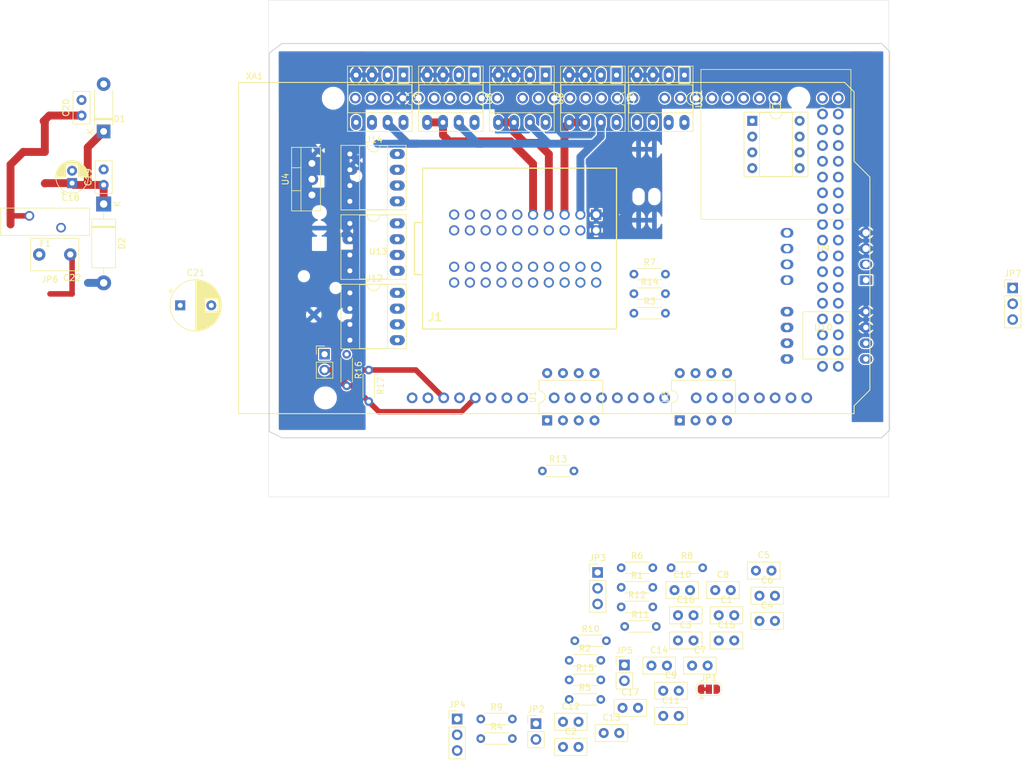
<source format=kicad_pcb>
(kicad_pcb (version 20211014) (generator pcbnew)
  (layers (0 "F.Cu" signal) (31 "B.Cu" signal) (34 "B.Paste" user) (35 "F.Paste" user) (36 "B.SilkS" user "B.Silkscreen") (37 "F.SilkS" user "F.Silkscreen") (38 "B.Mask" user) (39 "F.Mask" user) (44 "Edge.Cuts" user))
  (net 0 "")
  (net 1 "GND")
  (net 2 "VRegIn")
  (net 3 "VDD")
  (net 4 "12V-SW")
  (net 5 "VDDA")
  (net 6 "RESET")
  (net 7 "Vdrive")
  (net 8 "MCU-D8")
  (net 9 "INJ-1-OUT")
  (net 10 "MCU-D9")
  (net 11 "INJ-2-OUT")
  (net 12 "MCU-D11")
  (net 13 "INJ-4-OUT")
  (net 14 "MCU-D10")
  (net 15 "INJ-3-OUT")
  (net 16 "MCU-D38")
  (net 17 "IGN-2-OUT")
  (net 18 "MCU-D40")
  (net 19 "IGN-1-OUT")
  (net 20 "MCU-D50")
  (net 21 "IGN-4-OUT")
  (net 22 "MCU-D52")
  (net 23 "IGN-3-OUT")
  (net 42 "MCU-D53")
  (net 43 "MCU-D49")
  (net 44 "MCU-D48")
  (net 45 "MCU-D47")
  (net 46 "MCU-D46")
  (net 47 "MCU-D45")
  (net 48 "MCU-D44")
  (net 49 "MCU-D43")
  (net 50 "MCU-D42")
  (net 51 "MCU-D41")
  (net 52 "MCU-D39")
  (net 53 "MCU-D37")
  (net 54 "MCU-D36")
  (net 55 "MCU-D35")
  (net 56 "MCU-D34")
  (net 57 "MCU-D33")
  (net 58 "MCU-D32")
  (net 59 "MCU-D31")
  (net 60 "MCU-D30")
  (net 61 "MCU-D29")
  (net 62 "MCU-D28")
  (net 63 "MCU-D27")
  (net 64 "MCU-D26")
  (net 65 "MCU-D25")
  (net 66 "MCU-D24")
  (net 67 "MCU-D23")
  (net 68 "MCU-D22")
  (net 74 "MCU-A10")
  (net 75 "MCU-A9")
  (net 76 "MCU-A7")
  (net 77 "MCU-A6")
  (net 78 "MCU-A5")
  (net 79 "MCU-D12")
  (net 80 "MCU-D13")
  (net 84 "MCU-D7")
  (net 85 "MCU-D6")
  (net 86 "MCU-D5")
  (net 87 "MCU-D4")
  (net 88 "MCU-D3")
  (net 89 "MCU-D1")
  (net 90 "MCU-D0")
  (net 91 "MCU-D14")
  (net 92 "MCU-D15")
  (net 93 "MCU-D16")
  (net 94 "MCU-D17")
  (net 95 "MCU-D20")
  (net 96 "MCU-D21")
  (net 100 "MAP-EXT")
  (net 101 "IAT_Sensor")
  (net 102 "O2_Sensor")
  (net 103 "TPS_Sensor")
  (net 104 "CLT_Sensor")
  (net 105 "FAN-OUT")
  (net 106 "IDLE-OUT")
  (net 107 "FUELPUMP-OUT")
  (net 108 "BOOST-OUT")
  (net 109 "ADC-Clamp-2")
  (net 110 "ADC-Clamp-3")
  (net 111 "ADC-Clamp-5")
  (net 112 "ADC-Clamp-11")
  (net 113 "ADC-Clamp-9")
  (net 114 "ADC-Clamp-8")
  (net 115 "ADC-Clamp-6")
  (net 116 "Net-(C15-Pad1)")
  (net 117 "ADC-Clamp-12")
  (net 118 "ADC-Clamp-7")
  (net 119 "Net-(C22-Pad1)")
  (net 120 "VR1-")
  (net 121 "Net-(IC1-Pad2)")
  (net 122 "Net-(IC1-Pad3)")
  (net 123 "VR2-")
  (net 124 "Net-(JP1-Pad2)")
  (net 125 "Net-(JP1-Pad3)")
  (net 126 "CRANK-IN")
  (net 127 "Net-(JP2-Pad2)")
  (net 128 "CAM-IN")
  (net 129 "Net-(JP5-Pad2)")
  (net 130 "Clutch_in")
  (net 131 "ADC-Clamp-10")
  (net 132 "ADC-Clamp-1")
  (net 133 "ADC-Clamp-4")
  (footprint "Capacitor_THT:C_Disc_D5.0mm_W2.5mm_P2.50mm" (layer "F.Cu") (at 139.38 126.126)
    (fp_text reference "C10")
    (fp_text value "0.22uF")
  )
  (footprint "Capacitor_THT:C_Disc_D5.0mm_W2.5mm_P2.50mm" (layer "F.Cu") (at 127.98 149.126)
    (fp_text reference "C13")
    (fp_text value "0.1uF")
  )
  (footprint "Package_DIP:DIP-8_W7.62mm_Socket_LongPads" (layer "F.Cu") (at 140.97 43.19 -90)
    (fp_text reference "U11")
    (fp_text value "LS_Driverv2")
  )
  (footprint "Capacitor_THT:C_Disc_D5.0mm_W2.5mm_P2.50mm" (layer "F.Cu") (at 153.04 127.026)
    (fp_text reference "C6")
    (fp_text value "470pf")
  )
  (footprint "Resistor_THT:R_Axial_DIN0204_L3.6mm_D1.6mm_P5.08mm_Horizontal" (layer "F.Cu") (at 132.842 75.234)
    (fp_text reference "R7")
    (fp_text value "1k")
  )
  (footprint "Capacitor_THT:C_Disc_D5.0mm_W2.5mm_P2.50mm" (layer "F.Cu") (at 137.56 142.326)
    (fp_text reference "C9")
    (fp_text value "0.1uF")
  )
  (footprint "LibraryLoader:9531181" (layer "F.Cu") (at 126.772 65.65 180)
    (fp_text reference "J1")
    (fp_text value "953118-1" hide)
  )
  (footprint "Capacitor_THT:C_Disc_D5.0mm_W2.5mm_P2.50mm" (layer "F.Cu") (at 146.49 134.226)
    (fp_text reference "C15")
    (fp_text value "0.1uF")
  )
  (footprint "J-Eagan:Sw_driverV1" (layer "F.Cu") (at 165.1 83.82 180)
    (fp_text reference "U10")
    (fp_text value "Sw_driverV1")
  )
  (footprint "Diode_THT:D_DO-15_P12.70mm_Horizontal" (layer "F.Cu") (at 47.508 63.942 -90)
    (fp_text reference "D2")
    (fp_text value "D_TVS")
  )
  (footprint "Connector_PinHeader_2.54mm:PinHeader_1x02_P2.54mm_Vertical" (layer "F.Cu") (at 83.058 88.133)
    (fp_text reference "JP6")
    (fp_text value "Jumper_NO_Small")
  )
  (footprint "Capacitor_THT:C_Disc_D7.5mm_W5.0mm_P5.00mm" (layer "F.Cu") (at 42.134 72.07 180)
    (fp_text reference "C22")
    (fp_text value "22uF")
  )
  (footprint "Resistor_THT:R_Axial_DIN0204_L3.6mm_D1.6mm_P5.08mm_Horizontal" (layer "F.Cu") (at 132.842 78.384)
    (fp_text reference "R14")
    (fp_text value "1k")
  )
  (footprint "Capacitor_THT:C_Disc_D5.0mm_W2.5mm_P2.50mm" (layer "F.Cu") (at 43.952 49.698 90)
    (fp_text reference "C20")
    (fp_text value "0.1uF")
  )
  (footprint "Package_DIP:DIP-8_W7.62mm" (layer "F.Cu") (at 118.882 98.796 90)
    (fp_text reference "U1")
    (fp_text value "SP721")
  )
  (footprint "Package_DIP:DIP-8_W7.62mm_Socket_LongPads" (layer "F.Cu") (at 87.132 55.89)
    (fp_text reference "U14")
    (fp_text value "LS_Driverv2")
  )
  (footprint "Resistor_THT:R_Axial_DIN0204_L3.6mm_D1.6mm_P5.08mm_Horizontal" (layer "F.Cu") (at 130.8 122.526)
    (fp_text reference "R6")
    (fp_text value "470R")
  )
  (footprint "Package_DIP:DIP-8_W7.62mm_Socket_LongPads" (layer "F.Cu") (at 87.142 78.252)
    (fp_text reference "U12")
    (fp_text value "LS_Driverv2")
  )
  (footprint "Package_DIP:DIP-8_W7.62mm_Socket_LongPads" (layer "F.Cu") (at 95.758 43.18 -90)
    (fp_text reference "U7")
    (fp_text value "LS_Driverv2")
  )
  (footprint "Package_DIP:DIP-8_W7.62mm_Socket_LongPads" (layer "F.Cu") (at 130.048 43.19 -90)
    (fp_text reference "U5")
    (fp_text value "LS_Driverv2")
  )
  (footprint "Connector_PinHeader_2.54mm:PinHeader_1x03_P2.54mm_Vertical" (layer "F.Cu") (at 127 123.276)
    (fp_text reference "JP3")
    (fp_text value "VR-HALL")
  )
  (footprint "Connector_PinHeader_2.54mm:PinHeader_1x03_P2.54mm_Vertical" (layer "F.Cu") (at 193.802 77.47)
    (fp_text reference "JP7")
    (fp_text value "Ignition Voltage")
  )
  (footprint "Fuse:Fuse_BelFuse_0ZRE0055FF_L14.0mm_W4.1mm" (layer "F.Cu") (at 40.65 67.752 180)
    (fp_text reference "F1")
    (fp_text value "Polyfuse")
  )
  (footprint "Resistor_THT:R_Axial_DIN0204_L3.6mm_D1.6mm_P5.08mm_Horizontal" (layer "F.Cu") (at 132.842 81.534)
    (fp_text reference "R3")
    (fp_text value "470R")
  )
  (footprint "Resistor_THT:R_Axial_DIN0204_L3.6mm_D1.6mm_P5.08mm_Horizontal" (layer "F.Cu") (at 108.2 146.876)
    (fp_text reference "R9")
    (fp_text value "3.9k")
  )
  (footprint "Capacitor_THT:C_Disc_D5.0mm_W2.5mm_P2.50mm" (layer "F.Cu") (at 145.93 126.126)
    (fp_text reference "C8")
    (fp_text value "0.22uF")
  )
  (footprint "Resistor_THT:R_Axial_DIN0204_L3.6mm_D1.6mm_P5.08mm_Horizontal" (layer "F.Cu") (at 138.83 122.526)
    (fp_text reference "R8")
    (fp_text value "2.49k")
  )
  (footprint "Resistor_THT:R_Axial_DIN0204_L3.6mm_D1.6mm_P5.08mm_Horizontal" (layer "F.Cu") (at 131.36 131.976)
    (fp_text reference "R11")
    (fp_text value "470R")
  )
  (footprint "Capacitor_THT:C_Disc_D5.0mm_W2.5mm_P2.50mm" (layer "F.Cu") (at 121.43 147.326)
    (fp_text reference "C12")
    (fp_text value "0.1uF")
  )
  (footprint "Resistor_THT:R_Axial_DIN0204_L3.6mm_D1.6mm_P5.08mm_Horizontal" (layer "F.Cu") (at 86.614 88.138 -90)
    (fp_text reference "R16")
    (fp_text value "120R")
  )
  (footprint "Resistor_THT:R_Axial_DIN0204_L3.6mm_D1.6mm_P5.08mm_Horizontal" (layer "F.Cu") (at 118.11 106.934)
    (fp_text reference "R13")
    (fp_text value "1k")
  )
  (footprint "Capacitor_THT:C_Disc_D5.0mm_W2.5mm_P2.50mm" (layer "F.Cu") (at 146.49 130.176)
    (fp_text reference "C1")
    (fp_text value "0.01uF")
  )
  (footprint "Package_TO_SOT_THT:TO-220-3_Vertical" (layer "F.Cu") (at 81.026 62.484 90)
    (fp_text reference "U4")
    (fp_text value "LM2940S-5.0")
  )
  (footprint "Capacitor_THT:CP_Radial_D8.0mm_P5.00mm" (layer "F.Cu") (at 59.827349 80.264)
    (fp_text reference "C21")
    (fp_text value "47uF")
  )
  (footprint "Capacitor_THT:C_Disc_D5.0mm_W2.5mm_P2.50mm" (layer "F.Cu") (at 142.21 138.276)
    (fp_text reference "C7")
    (fp_text value "0.1uF")
  )
  (footprint "Resistor_THT:R_Axial_DIN0204_L3.6mm_D1.6mm_P5.08mm_Horizontal" (layer "F.Cu") (at 90.17 90.678 -90)
    (fp_text reference "R17")
    (fp_text value "10k")
  )
  (footprint "J-Eagan:Arduino_Mega2560_Shield" (layer "F.Cu") (at 69.215 97.7025)
    (fp_text reference "XA1")
    (fp_text value "Arduino_Mega2560_Shield")
  )
  (footprint "Resistor_THT:R_Axial_DIN0204_L3.6mm_D1.6mm_P5.08mm_Horizontal" (layer "F.Cu") (at 123.33 134.276)
    (fp_text reference "R10")
    (fp_text value "470R")
  )
  (footprint "Capacitor_THT:C_Disc_D5.0mm_W2.5mm_P2.50mm" (layer "F.Cu") (at 139.94 134.226)
    (fp_text reference "C3")
    (fp_text value "470pf")
  )
  (footprint "Capacitor_THT:C_Disc_D5.0mm_W2.5mm_P2.50mm" (layer "F.Cu") (at 47.508 60.874 90)
    (fp_text reference "C19")
    (fp_text value "0.1uF")
  )
  (footprint "Connector_PinHeader_2.54mm:PinHeader_1x03_P2.54mm_Vertical" (layer "F.Cu") (at 104.4 146.876)
    (fp_text reference "JP4")
    (fp_text value "VR-HALL")
  )
  (footprint "Capacitor_THT:C_Disc_D5.0mm_W2.5mm_P2.50mm" (layer "F.Cu") (at 131.01 145.076)
    (fp_text reference "C17")
    (fp_text value "0.22uF")
  )
  (footprint "Resistor_THT:R_Axial_DIN0204_L3.6mm_D1.6mm_P5.08mm_Horizontal" (layer "F.Cu") (at 108.2 150.026)
    (fp_text reference "R4")
    (fp_text value "2.49k")
  )
  (footprint "Resistor_THT:R_Axial_DIN0204_L3.6mm_D1.6mm_P5.08mm_Horizontal" (layer "F.Cu") (at 122.43 140.576)
    (fp_text reference "R15")
    (fp_text value "2.4k")
  )
  (footprint "J-Eagan:Sw_driverV1" (layer "F.Cu") (at 165.1 71.12 180)
    (fp_text reference "U9")
    (fp_text value "Sw_driverV1")
  )
  (footprint "Capacitor_THT:C_Disc_D5.0mm_W2.5mm_P2.50mm" (layer "F.Cu") (at 153.04 131.076)
    (fp_text reference "C4")
    (fp_text value "0.1uF")
  )
  (footprint "Package_DIP:DIP-8_W7.62mm_Socket_LongPads" (layer "F.Cu") (at 87.132 67.071)
    (fp_text reference "U13")
    (fp_text value "LS_Driverv2")
  )
  (footprint "Capacitor_THT:C_Disc_D5.0mm_W2.5mm_P2.50mm" (layer "F.Cu") (at 137.56 146.376)
    (fp_text reference "C11")
    (fp_text value "0.01uF")
  )
  (footprint "Jumper:SolderJumper-3_P1.3mm_Bridged12_RoundedPad1.0x1.5mm" (layer "F.Cu") (at 144.91 142.076)
    (fp_text reference "JP1")
    (fp_text value "Jumper_3_Bridged12")
  )
  (footprint "Capacitor_THT:C_Disc_D5.0mm_W2.5mm_P2.50mm" (layer "F.Cu") (at 135.66 138.276)
    (fp_text reference "C14")
    (fp_text value "0.22uF")
  )
  (footprint "Resistor_THT:R_Axial_DIN0204_L3.6mm_D1.6mm_P5.08mm_Horizontal" (layer "F.Cu") (at 122.43 137.426)
    (fp_text reference "R2")
    (fp_text value "470R")
  )
  (footprint "Resistor_THT:R_Axial_DIN0204_L3.6mm_D1.6mm_P5.08mm_Horizontal" (layer "F.Cu") (at 130.8 128.826)
    (fp_text reference "R12")
    (fp_text value "1k")
  )
  (footprint "Package_DIP:DIP-8_W7.62mm_Socket_LongPads" (layer "F.Cu") (at 107.198 43.18 -90)
    (fp_text reference "U8")
    (fp_text value "LS_Driverv2")
  )
  (footprint "Resistor_THT:R_Axial_DIN0204_L3.6mm_D1.6mm_P5.08mm_Horizontal" (layer "F.Cu") (at 130.8 125.676)
    (fp_text reference "R1")
    (fp_text value "470R")
  )
  (footprint "Capacitor_THT:C_Disc_D5.0mm_W2.5mm_P2.50mm" (layer "F.Cu") (at 139.94 130.176)
    (fp_text reference "C16")
    (fp_text value "0.22uF")
  )
  (footprint "Connector_PinHeader_2.54mm:PinHeader_1x02_P2.54mm_Vertical" (layer "F.Cu") (at 131.31 138.176)
    (fp_text reference "JP5")
    (fp_text value "PULL-UP")
  )
  (footprint "Resistor_THT:R_Axial_DIN0204_L3.6mm_D1.6mm_P5.08mm_Horizontal" (layer "F.Cu") (at 122.43 143.726)
    (fp_text reference "R5")
    (fp_text value "470R")
  )
  (footprint "Capacitor_THT:CP_Radial_D5.0mm_P2.00mm" (layer "F.Cu") (at 42.428 60.579112 90)
    (fp_text reference "C18")
    (fp_text value "10uF")
  )
  (footprint "Connector_PinHeader_2.54mm:PinHeader_1x02_P2.54mm_Vertical" (layer "F.Cu") (at 117.08 147.626)
    (fp_text reference "JP2")
    (fp_text value "PULL-UP")
  )
  (footprint "Diode_THT:D_DO-41_SOD81_P7.62mm_Horizontal" (layer "F.Cu") (at 47.508 52.258 90)
    (fp_text reference "D1")
    (fp_text value "SB230TA")
  )
  (footprint "Package_DIP:DIP-8_W7.62mm_Socket" (layer "F.Cu") (at 151.892 50.546)
    (fp_text reference "IC1")
    (fp_text value "Trig Cond Socket")
  )
  (footprint "Package_DIP:DIP-8_W7.62mm" (layer "F.Cu") (at 140.218 98.796 90)
    (fp_text reference "U3")
    (fp_text value "SP721")
  )
  (footprint "Capacitor_THT:C_Disc_D5.0mm_W2.5mm_P2.50mm" (layer "F.Cu") (at 152.48 122.976)
    (fp_text reference "C5")
    (fp_text value "0.22uF")
  )
  (footprint "Capacitor_THT:C_Disc_D5.0mm_W2.5mm_P2.50mm" (layer "F.Cu") (at 121.43 151.376)
    (fp_text reference "C2")
    (fp_text value "1uF")
  )
  (footprint "Package_DIP:DIP-8_W7.62mm_Socket_LongPads" (layer "F.Cu") (at 118.628 43.18 -90)
    (fp_text reference "U6")
    (fp_text value "LS_Driverv2")
  )
  (gr_rect (start 167.757 66.411) (end 143.627 42.281) (layer "F.SilkS") (width 0.12) (fill none))
  (gr_line (start 172.72 38.1) (end 76.2 38.1) (layer "Edge.Cuts") (width 0.15))
  (gr_line (start 76.2 101.6) (end 74.168 100.584) (layer "Edge.Cuts") (width 0.15))
  (gr_line (start 76.2 101.6) (end 172.72 101.6) (layer "Edge.Cuts") (width 0.15))
  (gr_line (start 76.2 38.1) (end 74.168 39.624) (layer "Edge.Cuts") (width 0.15))
  (gr_line (start 173.99 100.33) (end 173.99 39.37) (layer "Edge.Cuts") (width 0.15))
  (gr_line (start 173.99 100.33) (end 172.72 101.6) (layer "Edge.Cuts") (width 0.15))
  (gr_line (start 74.168 39.624) (end 74.168 100.584) (layer "Edge.Cuts") (width 0.15))
  (gr_line (start 172.72 38.1) (end 173.99 39.37) (layer "Edge.Cuts") (width 0.15))
  (gr_rect locked (start 74.041 31.115) (end 173.863 111.125) (layer "Edge.Cuts") (width 0.05) (fill none))
  (segment (start 47.508 76.642) (end 44.968 76.642) (width 1.27) (layer "B.Cu") (net 1))
  (segment (start 47.508 60.874) (end 44.948 60.874) (width 1.27) (layer "F.Cu") (net 2))
  (segment (start 44.948 54.818) (end 44.948 60.874) (width 1.27) (layer "F.Cu") (net 2))
  (segment (start 38.099888 60.579112) (end 38.039 60.64) (width 1.27) (layer "F.Cu") (net 2))
  (segment (start 44.948 60.874) (end 42.722888 60.874) (width 1.27) (layer "F.Cu") (net 2))
  (segment (start 42.428 60.579112) (end 38.099888 60.579112) (width 1.27) (layer "F.Cu") (net 2))
  (segment (start 47.508 63.942) (end 47.508 60.874) (width 1.27) (layer "F.Cu") (net 2))
  (segment (start 42.722888 60.874) (end 42.428 60.579112) (width 1.27) (layer "F.Cu") (net 2))
  (segment (start 47.508 52.258) (end 44.948 54.818) (width 1.27) (layer "F.Cu") (net 2))
  (segment (start 86.073499 92.677499) (end 86.614 93.218) (width 1.27) (layer "F.Cu") (net 3))
  (segment (start 78.641358 92.677499) (end 86.073499 92.677499) (width 1.27) (layer "F.Cu") (net 3))
  (segment (start 76.84 76.83) (end 76.708 76.962) (width 0.889) (layer "F.Cu") (net 3))
  (segment (start 38.039 50.779651) (end 37.856 50.596651) (width 1.27) (layer "F.Cu") (net 3))
  (segment (start 32.522 57.592) (end 32.522 65.466) (width 1.27) (layer "F.Cu") (net 3))
  (segment (start 38.039 55.56) (end 38.039 50.779651) (width 1.27) (layer "F.Cu") (net 3))
  (segment (start 105.079747 97.397753) (end 91.809753 97.397753) (width 0.889) (layer "F.Cu") (net 3))
  (segment (start 91.809753 97.397753) (end 90.17 95.758) (width 0.889) (layer "F.Cu") (net 3))
  (segment (start 35.55 65.852) (end 32.908 65.852) (width 0.889) (layer "F.Cu") (net 3))
  (segment (start 77.094 75.57) (end 76.708 75.184) (width 0.889) (layer "F.Cu") (net 3))
  (segment (start 32.522 65.466) (end 32.522 67.244) (width 1.27) (layer "F.Cu") (net 3))
  (segment (start 76.708 90.744141) (end 78.641358 92.677499) (width 1.27) (layer "F.Cu") (net 3))
  (segment (start 86.614 93.218) (end 87.63 93.218) (width 0.889) (layer "F.Cu") (net 3))
  (segment (start 38.754651 49.698) (end 37.856 50.596651) (width 1.27) (layer "F.Cu") (net 3))
  (segment (start 43.952 49.698) (end 38.754651 49.698) (width 1.27) (layer "F.Cu") (net 3))
  (segment (start 107.315 95.1625) (end 105.079747 97.397753) (width 0.889) (layer "F.Cu") (net 3))
  (segment (start 34.554 55.56) (end 32.522 57.592) (width 1.27) (layer "F.Cu") (net 3))
  (segment (start 76.708 76.962) (end 76.708 90.744141) (width 1.27) (layer "F.Cu") (net 3))
  (segment (start 38.039 55.56) (end 34.554 55.56) (width 1.27) (layer "F.Cu") (net 3))
  (segment (start 87.63 93.218) (end 90.17 95.758) (width 0.889) (layer "F.Cu") (net 3))
  (segment (start 47.381 44.511) (end 47.508 44.638) (width 1.27) (layer "B.Cu") (net 4))
  (segment (start 97.917 54.229) (end 91.567 54.229) (width 1.27) (layer "B.Cu") (net 4))
  (segment (start 93.218 50.972239) (end 96.474761 54.229) (width 1.27) (layer "B.Cu") (net 4))
  (segment (start 116.088 50.8) (end 116.088 51.2) (width 1.27) (layer "B.Cu") (net 4))
  (segment (start 124.232 56.362) (end 126.365 54.229) (width 1.27) (layer "B.Cu") (net 4))
  (segment (start 96.474761 54.229) (end 97.917 54.229) (width 1.27) (layer "B.Cu") (net 4))
  (segment (start 97.917 54.229) (end 108.331 54.229) (width 1.27) (layer "B.Cu") (net 4))
  (segment (start 108.331 54.229) (end 119.117 54.229) (width 1.27) (layer "B.Cu") (net 4))
  (segment (start 119.117 54.229) (end 126.365 54.229) (width 1.27) (layer "B.Cu") (net 4))
  (segment (start 116.088 51.2) (end 119.117 54.229) (width 1.27) (layer "B.Cu") (net 4))
  (segment (start 107.687 54.229) (end 108.331 54.229) (width 1.27) (layer "B.Cu") (net 4))
  (segment (start 126.365 54.229) (end 127.508 53.086) (width 1.27) (layer "B.Cu") (net 4))
  (segment (start 104.658 51.2) (end 107.687 54.229) (width 1.27) (layer "B.Cu") (net 4))
  (segment (start 127.508 53.086) (end 127.508 50.81) (width 1.27) (layer "B.Cu") (net 4))
  (segment (start 124.232 65.65) (end 124.232 56.362) (width 1.27) (layer "B.Cu") (net 4))
  (segment (start 93.218 50.8) (end 93.218 50.972239) (width 1.27) (layer "B.Cu") (net 4))
  (segment (start 104.658 50.8) (end 104.658 51.2) (width 1.27) (layer "B.Cu") (net 4))
  (segment (start 83.058 90.673) (end 87.889 90.673) (width 0.889) (layer "F.Cu") (net 6))
  (segment (start 90.165 90.673) (end 90.17 90.678) (width 0.889) (layer "F.Cu") (net 6))
  (segment (start 102.235 95.1625) (end 97.7455 90.673) (width 0.889) (layer "F.Cu") (net 6))
  (segment (start 87.889 90.673) (end 90.165 90.673) (width 0.889) (layer "F.Cu") (net 6))
  (segment (start 97.7455 90.673) (end 87.889 90.673) (width 0.889) (layer "F.Cu") (net 6))
  (segment (start 121.666 65.624) (end 121.692 65.65) (width 1.27) (layer "F.Cu") (net 9))
  (segment (start 122.428 50.81) (end 121.666 51.572) (width 1.27) (layer "F.Cu") (net 9))
  (segment (start 124.968 50.81) (end 122.428 50.81) (width 1.27) (layer "F.Cu") (net 9))
  (segment (start 121.666 51.572) (end 121.666 65.624) (width 1.27) (layer "F.Cu") (net 9))
  (segment (start 117.348 54.102) (end 119.152 55.906) (width 1.27) (layer "F.Cu") (net 11))
  (segment (start 115.316 54.102) (end 117.348 54.102) (width 1.27) (layer "F.Cu") (net 11))
  (segment (start 113.548 52.334) (end 115.316 54.102) (width 1.27) (layer "F.Cu") (net 11))
  (segment (start 119.152 55.906) (end 119.152 65.65) (width 1.27) (layer "F.Cu") (net 11))
  (segment (start 111.008 50.8) (end 113.548 50.8) (width 1.27) (layer "F.Cu") (net 11))
  (segment (start 113.548 50.8) (end 113.548 52.334) (width 1.27) (layer "F.Cu") (net 11))
  (segment (start 102.118 50.8) (end 102.118 52.842) (width 1.27) (layer "F.Cu") (net 15))
  (segment (start 112.983106 53.848) (end 116.612 57.476894) (width 1.27) (layer "F.Cu") (net 15))
  (segment (start 99.578 50.8) (end 102.118 50.8) (width 1.27) (layer "F.Cu") (net 15))
  (segment (start 116.612 57.476894) (end 116.612 65.65) (width 1.27) (layer "F.Cu") (net 15))
  (segment (start 103.124 53.848) (end 112.983106 53.848) (width 1.27) (layer "F.Cu") (net 15))
  (segment (start 102.118 52.842) (end 103.124 53.848) (width 1.27) (layer "F.Cu") (net 15))
  (segment (start 42.428 78.42) (end 42.428 72.364) (width 0.889) (layer "F.Cu") (net 119))
  (segment (start 42.428 72.364) (end 42.134 72.07) (width 0.889) (layer "F.Cu") (net 119))
  (segment (start 42.423 78.415) (end 42.428 78.42) (width 0.889) (layer "F.Cu") (net 119))
  (segment (start 38.872 78.415) (end 42.423 78.415) (width 0.889) (layer "F.Cu") (net 119))
  (zone (net 1) (net_name "GND") (layer "B.Cu") (connect_pads (clearance 0.2)) (min_thickness 0.254) (fill yes (thermal_gap 0.254) (thermal_bridge_width 0.762))
    (polygon (pts (xy 171.207498 48.519374) (xy 75.703498 48.773374) (xy 75.692 39.37) (xy 171.196 39.37)))
  )
  (zone (net 1) (net_name "GND") (layer "B.Cu") (connect_pads (clearance 0.2)) (min_thickness 0.254) (fill yes (thermal_gap 0.254) (thermal_bridge_width 0.762))
    (polygon (pts (xy 137.414 63.543753) (xy 137.412744 69.595979) (xy 129.667 69.596) (xy 125.222 69.596) (xy 125.18426 57.69679) (xy 120.396 52.578) (xy 110.49 52.578) (xy 110.236 39.624) (xy 137.292079 39.655129)))
  )
  (zone (net 1) (net_name "GND") (layer "B.Cu") (connect_pads (clearance 0.2)) (min_thickness 0.254) (fill yes (thermal_gap 0.254) (thermal_bridge_width 0.762))
    (polygon (pts (xy 172.974 99.06) (xy 167.894 99.06) (xy 167.894 39.37) (xy 172.974 39.37)))
  )
  (zone (net 1) (net_name "GND") (layer "B.Cu") (connect_pads (clearance 0.2)) (min_thickness 0.254) (fill yes (thermal_gap 0.254) (thermal_bridge_width 0.762))
    (polygon (pts (xy 89.662 100.33) (xy 75.692 100.33) (xy 75.692 39.37) (xy 89.662 39.37)))
  )
)
</source>
